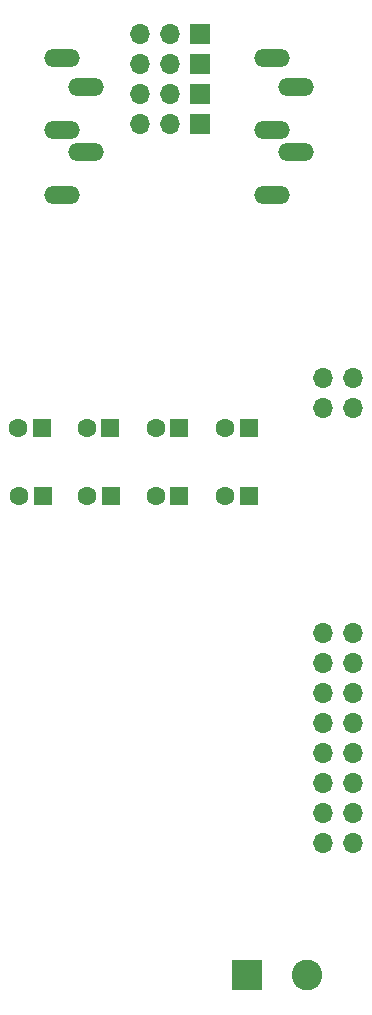
<source format=gbr>
%TF.GenerationSoftware,KiCad,Pcbnew,(5.1.9)-1*%
%TF.CreationDate,2021-06-18T12:26:37+07:00*%
%TF.ProjectId,adau1978,61646175-3139-4373-982e-6b696361645f,rev?*%
%TF.SameCoordinates,Original*%
%TF.FileFunction,Soldermask,Bot*%
%TF.FilePolarity,Negative*%
%FSLAX46Y46*%
G04 Gerber Fmt 4.6, Leading zero omitted, Abs format (unit mm)*
G04 Created by KiCad (PCBNEW (5.1.9)-1) date 2021-06-18 12:26:37*
%MOMM*%
%LPD*%
G01*
G04 APERTURE LIST*
%ADD10O,1.700000X1.700000*%
%ADD11R,2.600000X2.600000*%
%ADD12C,2.600000*%
%ADD13R,1.700000X1.700000*%
%ADD14C,1.600000*%
%ADD15R,1.600000X1.600000*%
%ADD16O,3.016000X1.508000*%
G04 APERTURE END LIST*
D10*
%TO.C,D5*%
X73025000Y-75184000D03*
X75565000Y-75184000D03*
X73025000Y-77724000D03*
X75565000Y-77724000D03*
X73025000Y-96774000D03*
X75565000Y-96774000D03*
X73025000Y-99314000D03*
X75565000Y-99314000D03*
X73025000Y-101854000D03*
X75565000Y-101854000D03*
X73025000Y-104394000D03*
X75565000Y-104394000D03*
X73025000Y-106934000D03*
X75565000Y-106934000D03*
X73025000Y-109474000D03*
X75565000Y-109474000D03*
X73025000Y-112014000D03*
X75565000Y-112014000D03*
X73025000Y-114554000D03*
X75565000Y-114554000D03*
%TD*%
D11*
%TO.C,J1*%
X66548000Y-125793500D03*
D12*
X71628000Y-125793500D03*
%TD*%
D13*
%TO.C,JP1*%
X62611000Y-53721000D03*
D10*
X60071000Y-53721000D03*
X57531000Y-53721000D03*
%TD*%
%TO.C,JP2*%
X57531000Y-51181000D03*
X60071000Y-51181000D03*
D13*
X62611000Y-51181000D03*
%TD*%
%TO.C,JP3*%
X62611000Y-48641000D03*
D10*
X60071000Y-48641000D03*
X57531000Y-48641000D03*
%TD*%
%TO.C,JP4*%
X57531000Y-46101000D03*
X60071000Y-46101000D03*
D13*
X62611000Y-46101000D03*
%TD*%
D14*
%TO.C,C12*%
X64738500Y-85217000D03*
D15*
X66738500Y-85217000D03*
%TD*%
%TO.C,C13*%
X66738500Y-79438500D03*
D14*
X64738500Y-79438500D03*
%TD*%
%TO.C,C14*%
X58833000Y-85217000D03*
D15*
X60833000Y-85217000D03*
%TD*%
%TO.C,C15*%
X60833000Y-79438500D03*
D14*
X58833000Y-79438500D03*
%TD*%
D15*
%TO.C,C16*%
X55054500Y-85217000D03*
D14*
X53054500Y-85217000D03*
%TD*%
%TO.C,C17*%
X52991000Y-79438500D03*
D15*
X54991000Y-79438500D03*
%TD*%
%TO.C,C18*%
X49276000Y-85217000D03*
D14*
X47276000Y-85217000D03*
%TD*%
%TO.C,C19*%
X47212500Y-79438500D03*
D15*
X49212500Y-79438500D03*
%TD*%
D16*
%TO.C,J2*%
X68707000Y-59733000D03*
X70707000Y-56033000D03*
X68707000Y-54233000D03*
X70707000Y-50533000D03*
X68707000Y-48133000D03*
%TD*%
%TO.C,J3*%
X50927000Y-48133000D03*
X52927000Y-50533000D03*
X50927000Y-54233000D03*
X52927000Y-56033000D03*
X50927000Y-59733000D03*
%TD*%
M02*

</source>
